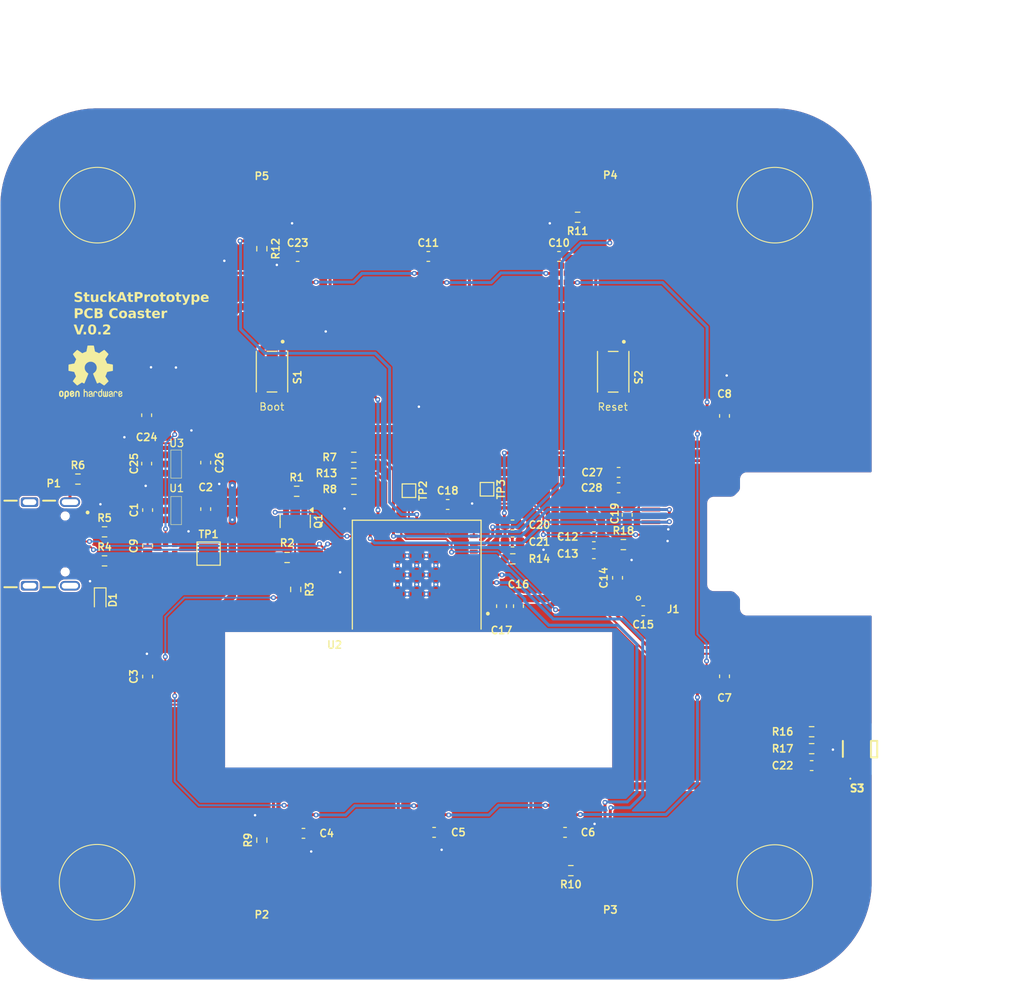
<source format=kicad_pcb>
(kicad_pcb (version 20240108) (generator "pcbnew") (generator_version "8.0")
  (layers (0 "F.Cu" signal) (31 "B.Cu" signal) (34 "B.Paste" user) (35 "F.Paste" user) (36 "B.SilkS" user "B.Silkscreen") (37 "F.SilkS" user "F.Silkscreen") (38 "B.Mask" user) (39 "F.Mask" user) (44 "Edge.Cuts" user))
  (net 0 "")
  (net 1 "GND")
  (net 2 "+5V")
  (net 3 "+3V3")
  (net 4 "/C1N")
  (net 5 "/C1P")
  (net 6 "/C2P")
  (net 7 "/CN2")
  (net 8 "/VCOMH")
  (net 9 "/CP_EN")
  (net 10 "/SW_A")
  (net 11 "/SDA")
  (net 12 "/VCC")
  (net 13 "/SCL")
  (net 14 "Net-(LED1-DOUT)")
  (net 15 "Net-(LED1-DIN)")
  (net 16 "Net-(LED2-DOUT)")
  (net 17 "Net-(LED3-DOUT)")
  (net 18 "Net-(LED4-DOUT)")
  (net 19 "Net-(LED5-DOUT)")
  (net 20 "Net-(LED6-DOUT)")
  (net 21 "Net-(LED7-DOUT)")
  (net 22 "Net-(LED11-DOUT)")
  (net 23 "Net-(LED8-DOUT)")
  (net 24 "/USB_D+")
  (net 25 "/USB_D-")
  (net 26 "Net-(P1-CC)")
  (net 27 "Net-(P1-SHIELD)")
  (net 28 "Net-(P1-VCONN)")
  (net 29 "/p_0")
  (net 30 "/p_1")
  (net 31 "/p_2")
  (net 32 "/p_3")
  (net 33 "Net-(Q1-D)")
  (net 34 "Net-(Q1-S)")
  (net 35 "Net-(U2-IO08)")
  (net 36 "Net-(J1-Pin_8)")
  (net 37 "Net-(R16-Pad2)")
  (net 38 "Net-(U2-IO9)")
  (net 39 "RES")
  (net 40 "Net-(U2-IO14)")
  (net 55 "Net-(LED10-DIN)")
  (net 56 "Net-(LED10-DOUT)")
  (net 57 "/USB_5V")
  (net 59 "Net-(U2-IO5)")
  (footprint "Resistor_SMD:R_0603_1608Metric" (layer "F.Cu") (at 191.8 108.15)
    (property "Reference" "R17")
    (property "Value" "100k")
  )
  (footprint "Resistor_SMD:R_0603_1608Metric" (layer "F.Cu") (at 118.75 85.75)
    (property "Reference" "R5")
    (property "Value" "5k1")
  )
  (footprint "Resistor_SMD:R_0603_1608Metric" (layer "F.Cu") (at 118.75 88.75)
    (property "Reference" "R4")
    (property "Value" "5k1")
  )
  (footprint "kicad_reformed_custom_IC:AP2204" (layer "F.Cu") (at 126.2 83.5 -90)
    (property "Reference" "U1")
    (property "Value" "AP2205")
  )
  (footprint "Capacitor_SMD:C_0603_1608Metric" (layer "F.Cu") (at 154.2 82.925)
    (property "Reference" "C18")
    (property "Value" "0.1uF")
  )
  (footprint "custom_IC:IN-PI15_INL" (layer "F.Cu") (at 139 59.5 180)
    (property "Reference" "LED9" (hide yes))
    (property "Value" "IN-PI15TAT5R5G5B")
  )
  (footprint "Resistor_SMD:R_0603_1608Metric" (layer "F.Cu") (at 167.625 53.25 180)
    (property "Reference" "R11")
    (property "Value" "1.43K")
  )
  (footprint "TestPoint:TestPoint_Pad_1.0x1.0mm" (layer "F.Cu") (at 150.2 81.5 -90)
    (property "Reference" "TP2")
    (property "Value" "0_IN2")
  )
  (footprint "Resistor_SMD:R_0603_1608Metric" (layer "F.Cu") (at 138.5 91.7 -90)
    (property "Reference" "R3")
    (property "Value" "470")
  )
  (footprint "kicad_reformed_custom_IC:LOGO_6mm_microDMG" (layer "F.Cu") (at 112.632034 63.337942)
    (property "Reference" "G***" (hide yes))
    (property "Value" "LOGO" (hide yes))
  )
  (footprint "Capacitor_SMD:C_0603_1608Metric" (layer "F.Cu") (at 123.1 78.7 -90)
    (property "Reference" "C25")
    (property "Value" "2.2uF")
  )
  (footprint "Capacitor_SMD:C_0603_1608Metric" (layer "F.Cu") (at 139.3 116.9)
    (property "Reference" "C4")
    (property "Value" "0.1uF")
  )
  (footprint "Capacitor_SMD:C_0603_1608Metric" (layer "F.Cu") (at 171.86 81.2 180)
    (property "Reference" "C28")
    (property "Value" "0.1uF")
  )
  (footprint "Resistor_SMD:R_0603_1608Metric" (layer "F.Cu") (at 160.925 88.54 180)
    (property "Reference" "R14")
    (property "Value" "10k")
  )
  (footprint "kicad_reformed_custom_IC:GCT_USB4105-GF-A" (layer "F.Cu") (at 111 87 -90)
    (property "Reference" "P1")
    (property "Value" "USB_C_Plug_USB2.0")
  )
  (footprint "Capacitor_SMD:C_0603_1608Metric" (layer "F.Cu") (at 160.9 85.04)
    (property "Reference" "C20")
    (property "Value" "1uF 25V")
  )
  (footprint "Capacitor_SMD:C_0603_1608Metric" (layer "F.Cu") (at 169.3 86.26 180)
    (property "Reference" "C12")
    (property "Value" "4.7uF")
  )
  (footprint "custom_IC:IN-PI15_INL" (layer "F.Cu") (at 180.475 74.02502 90)
    (property "Reference" "LED6" (hide yes))
    (property "Value" "IN-PI15TAT5R5G5B")
  )
  (footprint "Capacitor_SMD:C_0603_1608Metric" (layer "F.Cu") (at 172.75 84 -90)
    (property "Reference" "C19")
    (property "Value" "2.2uF")
  )
  (footprint "Capacitor_SMD:C_0603_1608Metric" (layer "F.Cu") (at 129.2 78.6 -90)
    (property "Reference" "C26")
    (property "Value" "10uF")
  )
  (footprint "kicad_reformed_custom_IC:SW_PTS810_SJM_250_SMTR_LFS" (layer "F.Cu") (at 171.3 69.2125 -90)
    (property "Reference" "S2")
    (property "Value" "TL4100AF240QG_")
  )
  (footprint "Resistor_SMD:R_0603_1608Metric" (layer "F.Cu") (at 144.5 79.7 180)
    (property "Reference" "R13")
    (property "Value" "10k")
  )
  (footprint "Capacitor_SMD:C_0603_1608Metric" (layer "F.Cu") (at 165.7 57.3 180)
    (property "Reference" "C10")
    (property "Value" "0.1uF")
  )
  (footprint "Resistor_SMD:R_0603_1608Metric" (layer "F.Cu") (at 135 117.6 90)
    (property "Reference" "R9")
    (property "Value" "1.43K")
  )
  (footprint "custom_IC:IN-PI15_INL" (layer "F.Cu") (at 125.5 101)
    (property "Reference" "LED1" (hide yes))
    (property "Value" "IN-PI15TAT5R5G5B")
  )
  (footprint "Resistor_SMD:R_0603_1608Metric" (layer "F.Cu") (at 138.6 81.5617)
    (property "Reference" "R1")
    (property "Value" "10k")
  )
  (footprint "Capacitor_SMD:C_0603_1608Metric" (layer "F.Cu") (at 152.2 57.3 180)
    (property "Reference" "C11")
    (property "Value" "0.1uF")
  )
  (footprint "Diode_SMD:D_SOD-523" (layer "F.Cu") (at 118.3 92.8 -90)
    (property "Reference" "D1")
    (property "Value" "TPD1E10B06DPYR")
  )
  (footprint "Capacitor_SMD:C_0603_1608Metric" (layer "F.Cu") (at 159.7625 93.425 -90)
    (property "Reference" "C17")
    (property "Value" "0.1uF")
  )
  (footprint "Capacitor_SMD:C_0603_1608Metric" (layer "F.Cu") (at 152.8 116.8)
    (property "Reference" "C5")
    (property "Value" "0.1uF")
  )
  (footprint "Package_TO_SOT_SMD:SOT-23" (layer "F.Cu") (at 138.4482 84.6625 -90)
    (property "Reference" "Q1")
    (property "Value" "BSS138")
  )
  (footprint "Capacitor_SMD:C_0603_1608Metric" (layer "F.Cu") (at 123.2 100.7 90)
    (property "Reference" "C3")
    (property "Value" "0.1uF")
  )
  (footprint "Capacitor_SMD:C_0603_1608Metric" (layer "F.Cu") (at 138.7 57.3 180)
    (property "Reference" "C23")
    (property "Value" "0.1uF")
  )
  (footprint "Resistor_SMD:R_0603_1608Metric" (layer "F.Cu") (at 144.5125 81.36)
    (property "Reference" "R8")
    (property "Value" "10K")
  )
  (footprint "custom_IC:IN-PI15_INL" (layer "F.Cu") (at 152.5 59.5 180)
    (property "Reference" "LED8" (hide yes))
    (property "Value" "IN-PI15TAT5R5G5B")
  )
  (footprint "custom_IC:IN-PI15_INL" (layer "F.Cu") (at 166 59.5 180)
    (property "Reference" "LED7" (hide yes))
    (property "Value" "IN-PI15TAT5R5G5B")
  )
  (footprint "kicad_reformed_custom_IC:AP2204" (layer "F.Cu") (at 126.2 78.7 -90)
    (property "Reference" "U3")
    (property "Value" "AP2205")
  )
  (footprint "Capacitor_SMD:C_0603_1608Metric" (layer "F.Cu") (at 166.325 116.8)
    (property "Reference" "C6")
    (property "Value" "0.1uF")
  )
  (footprint "custom_IC:IN-PI15_INL" (layer "F.Cu") (at 152.5 114.5)
    (property "Reference" "LED3" (hide yes))
    (property "Value" "IN-PI15TAT5R5G5B")
  )
  (footprint "custom_IC:SEN0297" (layer "F.Cu") (at 171 121.9 -90)
    (property "Reference" "P3")
    (property "Value" "~" (hide yes))
  )
  (footprint "kicad_reformed_custom_IC:MODULE_ESP32-H2-MINI-1-H2" (layer "F.Cu") (at 151 92.9 180)
    (property "Reference" "U2")
    (property "Value" "ESP32-H2-MINI-1")
  )
  (footprint "kicad_reformed_custom_IC:SW_PTS810_SJM_250_SMTR_LFS" (layer "F.Cu") (at 136.05 69.2 -90)
    (property "Reference" "S1")
    (property "Value" "TL4100AF240QG_")
  )
  (footprint "custom_IC:SEN0297" (layer "F.Cu") (at 135 122 -90)
    (property "Reference" "P2")
    (property "Value" "~" (hide yes))
  )
  (footprint "Capacitor_SMD:C_0603_1608Metric" (layer "F.Cu") (at 123.1 73.7 90)
    (property "Reference" "C24")
    (property "Value" "0.1uF")
  )
  (footprint "Capacitor_SMD:C_0603_1608Metric" (layer "F.Cu") (at 171.75 90.5 90)
    (property "Reference" "C14")
    (property "Value" "1uF")
  )
  (footprint "Capacitor_SMD:C_0603_1608Metric" (layer "F.Cu") (at 182.8 73.775 90)
    (property "Reference" "C8")
    (property "Value" "0.1uF")
  )
  (footprint "Capacitor_SMD:C_0603_1608Metric" (layer "F.Cu") (at 169.3 88.01 180)
    (property "Reference" "C13")
    (property "Value" "0.1uF")
  )
  (footprint "Capacitor_SMD:C_0603_1608Metric" (layer "F.Cu") (at 182.8 100.675 90)
    (property "Reference" "C7")
    (property "Value" "0.1uF")
  )
  (footprint "Capacitor_SMD:C_0603_1608Metric" (layer "F.Cu") (at 161.5125 93.425 -90)
    (property "Reference" "C16")
    (property "Value" "47uF")
  )
  (footprint "TestPoint:TestPoint_Pad_2.0x2.0mm" (layer "F.Cu") (at 129.5 88)
    (property "Reference" "TP1")
    (property "Value" "TestPoint")
  )
  (footprint "Resistor_SMD:R_0603_1608Metric" (layer "F.Cu") (at 137.6125 88.4 180)
    (property "Reference" "R2")
    (property "Value" "10k")
  )
  (footprint "Capacitor_SMD:C_0603_1608Metric" (layer "F.Cu") (at 129.2 83.4 -90)
    (property "Reference" "C2")
    (property "Value" "10uF")
  )
  (footprint "Capacitor_SMD:C_0603_1608Metric" (layer "F.Cu") (at 123.2 87.2 90)
    (property "Reference" "C9")
    (property "Value" "0.1uF")
  )
  (footprint "custom_IC:IN-PI15_INL" (layer "F.Cu") (at 125.525 87.52502)
    (property "Reference" "LED11" (hide yes))
    (property "Value" "IN-PI15TAT5R5G5B")
  )
  (footprint "Capacitor_SMD:C_0603_1608Metric" (layer "F.Cu") (at 174.4 93.9 180)
    (property "Reference" "C15")
    (property "Value" "1uF")
  )
  (footprint "custom_IC:IN-PI15_INL" (layer "F.Cu") (at 166 114.5)
    (property "Reference" "LED4" (hide yes))
    (property "Value" "IN-PI15TAT5R5G5B")
  )
  (footprint "custom_IC:IN-PI15_INL" (layer "F.Cu") (at 180.5 101 90)
    (property "Reference" "LED5" (hide yes))
    (property "Value" "IN-PI15TAT5R5G5B")
  )
  (footprint "Capacitor_SMD:C_0603_1608Metric" (layer "F.Cu") (at 123.2 83.5 -90)
    (property "Reference" "C1")
    (property "Value" "2.2uF")
  )
  (footprint "Capacitor_SMD:C_0603_1608Metric" (layer "F.Cu") (at 191.8 109.9)
    (property "Reference" "C22")
    (property "Value" "1uF 25V")
  )
  (footprint "Resistor_SMD:R_0603_1608Metric" (layer "F.Cu") (at 116 80.3)
    (property "Reference" "R6")
    (property "Value" "1M")
  )
  (footprint "Symbol:OSHW-Logo2_7.3x6mm_SilkScreen" (layer "F.Cu") (at 117.32 69.26)
    (property "Reference" "REF**" (hide yes))
    (property "Value" "OSHW-Logo2_7.3x6mm_SilkScreen" (hide yes))
  )
  (footprint "custom_IC:IN-PI15_INL" (layer "F.Cu") (at 125.5 74)
    (property "Reference" "LED10" (hide yes))
    (property "Value" "IN-PI15TAT5R5G5B")
  )
  (footprint "custom_IC:SEN0297" (layer "F.Cu") (at 135 52.1 90)
    (property "Reference" "P5")
    (property "Value" "~" (hide yes))
  )
  (footprint "Resistor_SMD:R_0603_1608Metric" (layer "F.Cu") (at 172.35 87.07)
    (property "Reference" "R18")
    (property "Value" "10K")
  )
  (footprint "custom_IC:TL1016AAF220QG" (layer "F.Cu") (at 196.475 108.2 90)
    (property "Reference" "S3")
    (property "Value" "TL1016AAF220QG" (hide yes))
  )
  (footprint "Capacitor_SMD:C_0603_1608Metric" (layer "F.Cu") (at 160.9 86.8)
    (property "Reference" "C21")
    (property "Value" "0.1uF")
  )
  (footprint "Resistor_SMD:R_0603_1608Metric" (layer "F.Cu") (at 166.925 120.75 180)
    (property "Reference" "R10")
    (property "Value" "1.43K")
  )
  (footprint "custom_IC:SMT_FFC_16X0.65" (layer "F.Cu") (at 175.2 87 90)
    (property "Reference" "J1")
    (property "Value" "Conn_01x16_Socket")
  )
  (footprint "custom_IC:SEN0297" (layer "F.Cu") (at 171 52 90)
    (property "Reference" "P4")
    (property "Value" "~" (hide yes))
  )
  (footprint "Resistor_SMD:R_0603_1608Metric" (layer "F.Cu") (at 191.8 106.4)
    (property "Reference" "R16")
    (property "Value" "10k")
  )
  (footprint "TestPoint:TestPoint_Pad_1.0x1.0mm" (layer "F.Cu") (at 158.2625 81.35 -90)
    (property "Reference" "TP3")
    (property "Value" "0_IN2")
  )
  (footprint "Resistor_SMD:R_0603_1608Metric" (layer "F.Cu") (at 144.5 78.05)
    (property "Reference" "R7")
    (property "Value" "10K")
  )
  (footprint "Resistor_SMD:R_0603_1608Metric" (layer "F.Cu") (at 135 56.5 -90)
    (property "Reference" "R12")
    (property "Value" "1.43K")
  )
  (footprint "Capacitor_SMD:C_0603_1608Metric" (layer "F.Cu") (at 171.86 79.61 180)
    (property "Reference" "C27")
    (property "Value" "4.7uF")
  )
  (footprint "custom_IC:IN-PI15_INL" (layer "F.Cu") (at 139 114.5)
    (property "Reference" "LED2" (hide yes))
    (property "Value" "IN-PI15TAT5R5G5B")
  )
  (gr_circle (center 118.004244 52) (end 121.554244 50.375) (stroke (width 0.1016)) (fill none) (layer "F.SilkS"))
  (gr_circle (center 117.979244 121.95) (end 121.529244 120.325) (stroke (width 0.1016)) (fill none) (layer "F.SilkS"))
  (gr_circle (center 188.004244 52) (end 191.554244 50.375) (stroke (width 0.1016)) (fill none) (layer "F.SilkS"))
  (gr_circle (center 188 121.979244) (end 191.55 120.354244) (stroke (width 0.1016)) (fill none) (layer "F.SilkS"))
  (gr_arc (start 184.4 80.3) (mid 184.605025 79.805025) (end 185.1 79.6) (stroke (width 0.000254)) (layer "Edge.Cuts"))
  (gr_arc (start 184.4 81.1302) (mid 184.34671 81.398051) (end 184.194975 81.625126) (stroke (width 0.000254)) (layer "Edge.Cuts"))
  (gr_line (start 183.90795 81.912151) (end 184.194975 81.625126) (stroke (width 0.000254)) (layer "Edge.Cuts"))
  (gr_line (start 185.1 79.6) (end 198 79.6) (stroke (width 0.000254)) (layer "Edge.Cuts"))
  (gr_line (start 198 79.6) (end 198 52) (stroke (width 0.000254)) (layer "Edge.Cuts"))
  (gr_line (start 184.4 81.1302) (end 184.4 80.3) (stroke (width 0.000254)) (layer "Edge.Cuts"))
  (gr_arc (start 198 122) (mid 195.071068 129.071068) (end 188 132) (stroke (width 0.000254)) (layer "Edge.Cuts"))
  (gr_line (start 181.709033 82.117157) (end 183.416346 82.117157) (stroke (width 0.000254)) (layer "Edge.Cuts"))
  (gr_line (start 188 42) (end 118 42) (stroke (width 0.000254)) (layer "Edge.Cuts"))
  (gr_line (start 108 52) (end 108 122) (stroke (width 0.000254)) (layer "Edge.Cuts"))
  (gr_line (start 183.413 91.882843) (end 181.7 91.882843) (stroke (width 0.000254)) (layer "Edge.Cuts"))
  (gr_arc (start 185.1 94.4) (mid 184.605025 94.194975) (end 184.4 93.7) (stroke (width 0.000254)) (layer "Edge.Cuts"))
  (gr_line (start 184.1949 92.374799) (end 183.904166 92.084065) (stroke (width 0.000254)) (layer "Edge.Cuts"))
  (gr_arc (start 181.7 91.882843) (mid 181.205045 91.677814) (end 181 91.182843) (stroke (width 0.000254)) (layer "Edge.Cuts"))
  (gr_arc (start 118 132) (mid 110.928932 129.071068) (end 108 122) (stroke (width 0.000254)) (layer "Edge.Cuts"))
  (gr_arc (start 183.90795 81.912151) (mid 183.68241 82.063242) (end 183.416346 82.117157) (stroke (width 0.000254)) (layer "Edge.Cuts"))
  (gr_line (start 184.399977 92.8699) (end 184.4 92.8699) (stroke (width 0.000254)) (layer "Edge.Cuts"))
  (gr_arc (start 188 42) (mid 195.071068 44.928932) (end 198 52) (stroke (width 0.000254)) (layer "Edge.Cuts"))
  (gr_line (start 181 91.182843) (end 181 82.8173) (stroke (width 0.000254)) (layer "Edge.Cuts"))
  (gr_arc (start 108 52) (mid 110.928932 44.928932) (end 118 42) (stroke (width 0.000254)) (layer "Edge.Cuts"))
  (gr_line (start 184.4 93.7) (end 184.4 92.8699) (stroke (width 0.000254)) (layer "Edge.Cuts"))
  (gr_arc (start 183.413 91.882843) (mid 183.678399 91.935093) (end 183.904166 92.084065) (stroke (width 0.000254)) (layer "Edge.Cuts"))
  (gr_arc (start 181 82.8173) (mid 181.208217 82.319071) (end 181.709033 82.117157) (stroke (width 0.000254)) (layer "Edge.Cuts"))
  (gr_line (start 118 132) (end 188 132) (stroke (width 0.000254)) (layer "Edge.Cuts"))
  (gr_line (start 198 94.4) (end 185.1 94.4) (stroke (width 0.000254)) (layer "Edge.Cuts"))
  (gr_arc (start 184.1949 92.374799) (mid 184.346668 92.601954) (end 184.399977 92.8699) (stroke (width 0.000254)) (layer "Edge.Cuts"))
  (gr_line (start 198 122) (end 198 94.4) (stroke (width 0.000254)) (layer "Edge.Cuts"))
  (gr_text "Boot" (at 134.675 73.275 0) (layer "F.SilkS") (effects (font (size 0.762 0.762) (thickness 0.1016) (bold yes)) (justify left bottom)))
  (gr_text "Reset" (at 169.625 73.2875 0) (layer "F.SilkS") (effects (font (size 0.762 0.762) (thickness 0.1016) (bold yes)) (justify left bottom)))
  (gr_text "StuckAtPrototype\nPCB Coaster\nV.0.2" (at 115.55 65.525 0) (layer "F.SilkS") (effects (font (size 1 1) (thickness 0.1016) (bold yes)) (justify left bottom)))
  (segment (start 175.2 85.4) (end 176.9 85.4) (width 0.2032) (layer "F.Cu") (net 1))
  (segment (start 175.2 86.7) (end 176.92 86.7) (width 0.2032) (layer "F.Cu") (net 1))
  (segment (start 151 90.2) (end 151.9875 90.2) (width 0.3048) (layer "F.Cu") (net 1))
  (segment (start 151 90.2) (end 150.0125 90.2) (width 0.3048) (layer "F.Cu") (net 1))
  (segment (start 176.9 85.4) (end 176.99 85.49) (width 0.2032) (layer "F.Cu") (net 1))
  (segment (start 173.21 88.65) (end 173.2 88.66) (width 0.2032) (layer "F.Cu") (net 1))
  (segment (start 175.2 88.65) (end 173.21 88.65) (width 0.2032) (layer "F.Cu") (net 1))
  (via (at 134.3 115.025) (size 0.508) (drill 0.254) (layers "F.Cu" "B.Cu") (net 1))
  (via (at 130.6 80.8) (size 0.508) (drill 0.254) (layers "F.Cu" "B.Cu") (net 1))
  (via (at 176.92 86.7) (size 0.508) (drill 0.254) (layers "F.Cu" "B.Cu") (net 1))
  (via (at 153.575 118.6) (size 0.508) (drill 0.254) (layers "F.Cu" "B.Cu") (net 1))
  (via (at 131.125 57.75) (size 0.508) (drill 0.254) (layers "F.Cu" "B.Cu") (net 1))
  (via (at 140.1 118.775) (size 0.508) (drill 0.254) (layers "F.Cu" "B.Cu") (net 1))
  (via (at 123 81) (size 0.508) (drill 0.254) (layers "F.Cu" "B.Cu") (net 1))
  (via (at 151.225 72.825) (size 0.508) (drill 0.254) (layers "F.Cu" "B.Cu") (net 1))
  (via (at 173.2 88.66) (size 0.508) (drill 0.254) (layers "F.Cu" "B.Cu") (net 1))
  (via (at 123.55 68.75) (size 0.508) (drill 0.254) (layers "F.Cu" "B.Cu") (net 1))
  (via (at 164.75 53.875) (size 0.508) (drill 0.254) (layers "F.Cu" "B.Cu") (net 1))
  (via (at 143.088798 89.927689) (size 0.508) (drill 0.254) (layers "F.Cu" "B.Cu") (net 1))
  (via (at 141.6 65.05) (size 0.508) (drill 0.254) (layers "F.Cu" "B.Cu") (net 1))
  (via (at 118.325 82.9) (size 0.508) (drill 0.254) (layers "F.Cu" "B.Cu") (net 1))
  (via (at 169.375 115.925) (size 0.508) (drill 0.254) (layers "F.Cu" "B.Cu") (net 1))
  (via (at 117.25 90.85) (size 0.508) (drill 0.254) (layers "F.Cu" "B.Cu") (net 1))
  (via (at 138.125 53.875) (size 0.508) (drill 0.254) (layers "F.Cu" "B.Cu") (net 1))
  (via (at 176.99 85.49) (size 0.508) (drill 0.254) (layers "F.Cu" "B.Cu") (net 1))
  (via (at 164.1 87.6) (size 0.508) (drill 0.254) (layers "F.Cu" "B.Cu") (net 1))
  (via (at 123.125 98.35) (size 0.508) (drill 0.254) (layers "F.Cu" "B.Cu") (net 1))
  (via (at 136.55 58.175) (size 0.508) (drill 0.254) (layers "F.Cu" "B.Cu") (net 1))
  (via (at 156.725 82.825) (size 0.508) (drill 0.254) (layers "F.Cu" "B.Cu") (net 1))
  (via (at 183.025 69.6) (size 0.508) (drill 0.254) (layers "F.Cu" "B.Cu") (net 1))
  (via (at 194 108.25) (size 0.508) (drill 0.254) (layers "F.Cu" "B.Cu") (net 1))
  (via (at 120.8 75.975) (size 0.508) (drill 0.254) (layers "F.Cu" "B.Cu") (net 1))
  (via (at 127.725 75.275) (size 0.508) (drill 0.254) (layers "F.Cu" "B.Cu") (net 1))
  (via (at 126.125 68.775) (size 0.508) (drill 0.254) (layers "F.Cu" "B.Cu") (net 1))
  (via (at 127.425 85.7) (size 0.508) (drill 0.254) (layers "F.Cu" "B.Cu") (net 1))
  (via (at 143.540411 83.354217) (size 0.508) (drill 0.254) (layers "F.Cu" "B.Cu") (net 1))
  (segment (start 124.1 76.6) (end 129.2 76.6) (width 0.2032) (layer "F.Cu") (net 2))
  (segment (start 125.025 87.975) (end 125.05 88) (width 0.2032) (layer "F.Cu") (net 2))
  (segment (start 152.975 57.3) (end 155.1 57.3) (width 0.3048) (layer "F.Cu") (net 2))
  (segment (start 136.2 112) (end 136.2 116.4) (width 0.3048) (layer "F.Cu") (net 2))
  (segment (start 165.55 116.8) (end 165.55 114.99998) (width 0.2032) (layer "F.Cu") (net 2))
  (segment (start 131.025 77.825) (end 131.95 78.75) (width 0.762) (layer "F.Cu") (net 2))
  (segment (start 149.1 112) (end 162.8 112) (width 0.762) (layer "F.Cu") (net 2))
  (segment (start 156.45 58.65) (end 156.45 62.5) (width 0.3048) (layer "F.Cu") (net 2))
  (segment (start 177.9 65.4) (end 177.9 75.85) (width 0.762) (layer "F.Cu") (net 2))
  (segment (start 132.7 62.5) (end 142.05 62.5) (width 0.762) (layer "F.Cu") (net 2))
  (segment (start 149.1 115.55) (end 149.1 112) (width 0.3048) (layer "F.Cu") (net 2))
  (segment (start 129.2 77.825) (end 131.025 77.825) (width 0.762) (layer "F.Cu") (net 2))
  (segment (start 180.7 112) (end 182.8 109.9) (width 0.762) (layer "F.Cu") (net 2))
  (segment (start 131.7 63.5) (end 132.7 62.5) (width 0.762) (layer "F.Cu") (net 2))
  (segment (start 129.2 103.6) (end 129.2 95.15) (width 0.762) (layer "F.Cu") (net 2))
  (segment (start 136.7 116.9) (end 138.525 116.9) (width 0.3048) (layer "F.Cu") (net 2))
  (segment (start 139.475 59.02502) (end 139.475 57.3) (width 0.2032) (layer "F.Cu") (net 2))
  (segment (start 163.8 116.8) (end 162.8 115.8) (width 0.3048) (layer "F.Cu") (net 2))
  (segment (start 136.8 112) (end 131.2 112) (width 0.762) (layer "F.Cu") (net 2))
  (segment (start 129.2 66) (end 131.7 63.5) (width 0.762) (layer "F.Cu") (net 2))
  (segment (start 165.55 114.99998) (end 165.525 114.97498) (width 0.2032) (layer "F.Cu") (net 2))
  (segment (start 131.95 78.75) (end 131.95 80.95) (width 0.762) (layer "F.Cu") (net 2))
  (segment (start 136.8 112) (end 136.2 112) (width 0.2032) (layer "F.Cu") (net 2))
  (segment (start 129.2 110) (end 129.2 103.6) (width 0.762) (layer "F.Cu") (net 2))
  (segment (start 166.6 62.5) (end 168.3 62.5) (width 0.762) (layer "F.Cu") (net 2))
  (segment (start 166.475 59.02502) (end 166.475 57.3) (width 0.2032) (layer "F.Cu") (net 2))
  (segment (start 141.1 57.3) (end 142.05 58.25) (width 0.3048) (layer "F.Cu") (net 2))
  (segment (start 169.5 62.5) (end 168.3 62.5) (width 0.3048) (layer "F.Cu") (net 2))
  (segment (start 129.2 95.15) (end 131.95 92.4) (width 0.762) (layer "F.Cu") (net 2))
  (segment (start 127.5 77.8) (end 129.175 77.8) (width 0.3048) (layer "F.Cu") (net 2))
  (segment (start 182.8 76.25) (end 182.8 74.55) (width 0.762) (layer "F.Cu") (net 2))
  (segment (start 123.2 101.475) (end 125.02498 101.475) (width 0.2032) (layer "F.Cu") (net 2))
  (segment (start 165.55 116.8) (end 163.8 116.8) (width 0.3048) (layer "F.Cu") (net 2))
  (segment (start 124.1 103.6) (end 129.2 103.6) (width 0.2032) (layer "F.Cu") (net 2))
  (segment (start 155.1 57.3) (end 156.45 58.65) (width 0.3048) (layer "F.Cu") (net 2))
  (segment (start 131.95 88.4) (end 131.95 84.5) (width 0.762) (layer "F.Cu") (net 2))
  (segment (start 150.35 116.8) (end 149.1 115.55) (width 0.3048) (layer "F.Cu") (net 2))
  (segment (start 125.02498 74.475) (end 125.025 74.47498) (width 0.2032) (layer "F.Cu") (net 2))
  (segment (start 136.2 116.4) (end 136.7 116.9) (width 0.3048) (layer "F.Cu") (net 2))
  (segment (start 136.7875 88.4) (end 131.95 88.4) (width 0.3048) (layer "F.Cu") (net 2))
  (segment (start 138.525 116.9) (end 138.525 114.97498) (width 0.2032) (layer "F.Cu") (net 2))
  (segment (start 182.8 109.9) (end 182.8 101.45) (width 0.762) (layer "F.Cu") (net 2))
  (segment (start 168.3 62.5) (end 175 62.5) (width 0.762) (layer "F.Cu") (net 2))
  (segment (start 123.9 90.85) (end 131.95 90.85) (width 0.3048) (layer "F.Cu") (net 2))
  (segment (start 152.975 59.02502) (end 152.975 57.3) (width 0.2032) (layer "F.Cu") (net 2))
  (segment (start 136.8 112) (end 149.1 112) (width 0.762) (layer "F.Cu") (net 2))
  (segment (start 177.9 75.85) (end 178.75 76.7) (width 0.762) (layer "F.Cu") (net 2))
  (segment (start 180.94998 74.50002) (end 182.75002 74.50002) (width 0.2032) (layer "F.Cu") (net 2))
  (segment (start 169.5 58.6) (end 169.5 62.5) (width 0.3048) (layer "F.Cu") (net 2))
  (segment (start 131.95 90.85) (end 131.95 88.4) (width 0.762) (layer "F.Cu") (net 2))
  (segment (start 123.2 87.975) (end 125.025 87.975) (width 0.2032) (layer "F.Cu") (net 2))
  (segment (start 142.05 58.25) (end 142.05 62.5) (width 0.3048) (layer "F.Cu") (net 2))
  (segment (start 123.1 74.475) (end 123.1 75.6) (width 0.2032) (layer "F.Cu") (net 2))
  (segment (start 182.75002 74.50002) (end 182.8 74.55) (width 0.2032) (layer "F.Cu") (net 2))
  (segment (start 166.475 57.3) (end 168.2 57.3) (width 0.3048) (layer "F.Cu") (net 2))
  (segment (start 175 62.5) (end 177.9 65.4) (width 0.762) (layer "F.Cu") (net 2))
  (segment (start 129.2 77.825) (end 129.2 76.6) (width 0.762) (layer "F.Cu") (net 2))
  (segment (start 123.1 75.6) (end 124.1 76.6) (width 0.2032) (layer "F.Cu") (net 2))
  (segment (start 123.2 101.475) (end 123.2 102.7) (width 0.2032) (layer "F.Cu") (net 2))
  (segment (start 182.35 76.7) (end 182.8 76.25) (width 0.762) (layer "F.Cu") (net 2))
  (segment (start 162.8 115.8) (end 162.8 112) (width 0.3048) (layer "F.Cu") (net 2))
  (segment (start 152.025 116.8) (end 150.35 116.8) (width 0.3048) (layer "F.Cu") (net 2))
  (segment (start 131.2 112) (end 129.2 110) (width 0.762) (layer "F.Cu") (net 2))
  (segment (start 123.2 90.15) (end 123.9 90.85) (width 0.3048) (layer "F.Cu") (net 2))
  (segment (start 123.1 74.475) (end 125.02498 74.475) (width 0.2032) (layer "F.Cu") (net 2))
  (segment (start 182.775 101.475) (end 182.8 101.45) (width 0.2032) (layer "F.Cu") (net 2))
  (segment (start 125.02498 101.475) (end 125.025 101.47498) (width 0.2032) (layer "F.Cu") (net 2))
  (segment (start 168.2 57.3) (end 169.5 58.6) (width 0.3048) (layer "F.Cu") (net 2))
  (segment (start 178.75 76.7) (end 182.35 76.7) (width 0.762) (layer "F.Cu") (net 2))
  (segment (start 156.45 62.5) (end 166.6 62.5) (width 0.762) (layer "F.Cu") (net 2))
  (segment (start 123.2 87.975) (end 123.2 90.15) (width 0.3048) (layer "F.Cu") (net 2))
  (segment (start 129.2 76.6) (end 129.2 66) (width 0.762) (layer "F.Cu") (net 2))
  (segment (start 142.05 62.5) (end 156.45 62.5) (width 0.762) (layer "F.Cu") (net 2))
  (segment (start 139.475 57.3) (end 141.1 57.3) (width 0.3048) (layer "F.Cu") (net 2))
  (segment (start 131.95 92.4) (end 131.95 90.85) (width 0.762) (layer "F.Cu") (net 2))
  (segment (start 129.175 77.8) (end 129.2 77.825) (width 0.3048) (layer "F.Cu") (net 2))
  (segment (start 162.8 112) (end 180.7 112) (width 0.762) (layer "F.Cu") (net 2))
  (segment (start 123.2 102.7) (end 124.1 103.6) (width 0.2032) (layer "F.Cu") (net 2))
  (segment (start 152.025 116.8) (end 152.025 114.97498) (width 0.2032) (layer "F.Cu") (net 2))
  (segment (start 180.97498 101.475) (end 182.775 101.475) (width 0.2032) (layer "F.Cu") (net 2))
  (via (at 131.95 80.95) (size 0.508) (drill 0.254) (layers "F.Cu" "B.Cu") (net 2))
  (via (at 131.95 84.5) (size 0.508) (drill 0.254) (layers "F.Cu" "B.Cu") (net 2))
  (via (at 131.95 80.95) (size 0.508) (drill 0.254) (layers "F.Cu" "B.Cu") (net 2))
  (segment (start 131.95 80.95) (end 131.95 84.5) (width 0.762) (layer "B.Cu") (net 2))
  (segment (start 153.4 82.9) (end 153.4 79.6) (width 0.3048) (layer "F.Cu") (net 3))
  (segment (start 197.2 100.75) (end 197.2 106.4) (width 0.3048) (layer "F.Cu") (net 3))
  (segment (start 135 50.83) (end 170.9 50.83) (width 0.3048) (layer "F.Cu") (net 3))
  (segment (start 194.15 97.7) (end 197.2 100.75) (width 0.3048) (layer "F.Cu") (net 3))
  (segment (start 165.3 79.6) (end 168.4 79.6) (width 0.762) (layer "F.Cu") (net 3))
  (segment (start 171 87.07) (end 170.9 86.97) (width 0.2032) (layer "F.Cu") (net 3))
  (segment (start 176.81 89.3) (end 177.1 89.01) (width 0.3048) (layer "F.Cu") (net 3))
  (segment (start 165.3 88.6) (end 165.3 79.6) (width 0.762) (layer "F.Cu") (net 3))
  (segment (start 134.3 80.9) (end 134.3 76.4) (width 0.762) (layer "F.Cu") (net 3))
  (segment (start 171.525 87.07) (end 171 87.07) (width 0.2032) (layer "F.Cu") (net 3))
  (segment (start 197.2 106.4) (end 197.2 110) (width 0.3048) (layer "F.Cu") (net 3))
  (segment (start 135.6 75.1) (end 139.4 75.1) (width 0.762) (layer "F.Cu") (net 3))
  (segment (start 129.2 82.625) (end 132.575 82.625) (width 0.762) (layer "F.Cu") (net 3))
  (segment (start 175.2 89.3) (end 176.81 89.3) (width 0.3048) (layer "F.Cu") (net 3))
  (segment (start 139.4 75.1) (end 143.7 75.1) (width 0.762) (layer "F.Cu") (net 3))
  (segment (start 161.75 88.54) (end 165.24 88.54) (width 0.3048) (layer "F.Cu") (net 3))
  (segment (start 156.9 92.6) (end 159.7125 92.6) (width 0.3048) (layer "F.Cu") (net 3))
  (segment (start 139.3982 83.725) (end 139.3982 81.5885) (width 0.3048) (layer "F.Cu") (net 3))
  (segment (start 139.3982 81.5885) (end 139.425 81.5617) (width 0.3048) (layer "F.Cu") (net 3))
  (segment (start 149.2 75.1) (end 149.9 75.1) (width 0.762) (layer "F.Cu") (net 3))
  (segment (start 139.425 81.5617) (end 139.425 75.125) (width 0.3048) (layer "F.Cu") (net 3))
  (segment (start 170.25 78.4) (end 183.3 78.4) (width 0.3048) (layer "F.Cu") (net 3))
  (segment (start 159.7125 92.6) (end 159.7625 92.65) (width 0.3048) (layer "F.Cu") (net 3))
  (segment (start 175 97.7) (end 194.15 97.7) (width 0.3048) (layer "F.Cu") (net 3))
  (segment (start 185.15 76.55) (end 185.15 54.5) (width 0.3048) (layer "F.Cu") (net 3))
  (segment (start 181.38 50.73) (end 171 50.73) (width 0.3048) (layer "F.Cu") (net 3))
  (segment (start 171 123.17) (end 193.83 123.17) (width 0.3048) (layer "F.Cu") (net 3))
  (segment (start 134.3 76.4) (end 135.6 75.1) (width 0.762) (layer "F.Cu") (net 3))
  (segment (start 153.425 82.925) (end 153.4 82.9) (width 0.3048) (layer "F.Cu") (net 3))
  (segment (start 170.78 86.26) (end 170.075 86.26) (width 0.2032) (layer "F.Cu") (net 3))
  (segment (start 165.24 88.54) (end 165.3 88.6) (width 0.3048) (layer "F.Cu") (net 3))
  (segment (start 170.075 88.01) (end 170.075 86.26) (width 0.3048) (layer "F.Cu") (net 3))
  (segment (start 165.3 91.8) (end 165.3 88.6) (width 0.762) (layer "F.Cu") (net 3))
  (segment (start 193.83 123.17) (end 197.2 119.8) (width 0.3048) (layer "F.Cu") (net 3))
  (segment (start 129.2 82.625) (end 127.525 82.625) (width 0.3048) (layer "F.Cu") (net 3))
  (segment (start 197.2 119.8) (end 197.2 110) (width 0.3048) (layer "F.Cu") (net 3))
  (segment (start 135 123.27) (end 170.9 123.27) (width 0.3048) (layer "F.Cu") (net 3))
  (segment (start 168.725 79.925) (end 170.25 78.4) (width 0.3048) (layer "F.Cu") (net 3))
  (segment (start 139.425 75.125) (end 139.4 75.1) (width 0.3048) (layer "F.Cu") (net 3))
  (segment (start 175.19 88.01) (end 170.075 88.01) (width 0.3048) (layer "F.Cu") (net 3))
  (segment (start 151.4 76.6) (end 151.4 78.5) (width 0.762) (layer "F.Cu") (net 3))
  (segment (start 164.9 92.2) (end 165.3 91.8) (width 0.762) (layer "F.Cu") (net 3))
  (segment (start 166.05 93.35) (end 170.65 93.35) (width 0.3048) (layer "F.Cu") (net 3))
  (segment (start 161.5125 92.65) (end 159.7625 92.65) (width 0.3048) (layer "F.Cu") (net 3))
  (segment (start 169 83.44) (end 170.075 84.515) (width 0.762) (layer "F.Cu") (net 3))
  (segment (start 153.4 82.95) (end 153.425 82.925) (width 0.3048) (layer "F.Cu") (net 3))
  (segment (start 143.7 75.1) (end 149.2 75.1) (width 0.762) (layer "F.Cu") (net 3))
  (segment (start 168.4 79.6) (end 168.725 79.925) (width 0.762) (layer "F.Cu") (net 3))
  (segment (start 176.87 88) (end 175.2 88) (width 0.3048) (layer "F.Cu") (net 3))
  (segment (start 170.075 84.515) (end 170.075 86.26) (width 0.762) (layer "F.Cu") (net 3))
  (segment (start 143.675 78.05) (end 143.675 75.125) (width 0.3048) (layer "F.Cu") (net 3))
  (segment (start 170.9 123.27) (end 171 123.17) (width 0.3048) (layer "F.Cu") (net 3))
  (segment (start 168.725 79.925) (end 169 80.2) (width 0.762) (layer "F.Cu") (net 3))
  (segment (start 143.6875 79.7125) (end 143.675 79.7) (width 0.3048) (layer "F.Cu") (net 3))
  (segment (start 153.4 79.6) (end 165.3 79.6) (width 0.762) (layer "F.Cu") (net 3))
  (segment (start 164.9 92.2) (end 166.05 93.35) (width 0.3048) (layer "F.Cu") (net 3))
  (segment (start 170.65 93.35) (end 175 97.7) (width 0.3048) (layer "F.Cu") (net 3))
  (segment (start 132.575 82.625) (end 134.3 80.9) (width 0.762) (layer "F.Cu") (net 3))
  (segment (start 152.5 79.6) (end 153.4 79.6) (width 0.762) (layer "F.Cu") (net 3))
  (segment (start 164.45 92.65) (end 164.9 92.2) (width 0.762) (layer "F.Cu") (net 3))
  (segment (start 177.1 89.01) (end 177.1 88.23) (width 0.3048) (layer "F.Cu") (net 3))
  (segment (start 177.1 88.23) (end 176.87 88) (width 0.3048) (layer "F.Cu") (net 3))
  (segment (start 153.4 85.3) (end 153.4 82.95) (width 0.3048) (layer "F.Cu") (net 3))
  (segment (start 170.9 50.83) (end 171 50.73) (width 0.3048) (layer "F.Cu") (net 3))
  (segment (start 161.5125 92.65) (end 164.45 92.65) (width 0.762) (layer "F.Cu") (net 3))
  (segment (start 149.9 75.1) (end 151.4 76.6) (width 0.762) (layer "F.Cu") (net 3))
  (segment (start 127.525 82.625) (end 127.5 82.6) (width 0.3048) (layer "F.Cu") (net 3))
  (segment (start 185.15 54.5) (end 181.38 50.73) (width 0.3048) (layer "F.Cu") (net 3))
  (segment (start 143.6875 81.36) (end 143.6875 79.7125) (width 0.3048) (layer "F.Cu") (net 3))
  (segment (start 143.675 75.125) (end 143.7 75.1) (width 0.3048) (layer "F.Cu") (net 3))
  (segment (start 170.9 86.38) (end 170.78 86.26) (width 0.2032) (layer "F.Cu") (net 3))
  (segment (start 169 80.2) (end 169 83.44) (width 0.762) (layer "F.Cu") (net 3))
  (segment (start 175.2 88) (end 175.19 88.01) (width 0.2032) (layer "F.Cu") (net 3))
  (segment (start 143.675 79.7) (end 143.675 78.05) (width 0.3048) (layer "F.Cu") (net 3))
  (segment (start 151.4 78.5) (end 152.5 79.6) (width 0.762) (layer "F.Cu") (net 3))
  (segment (start 183.3 78.4) (end 185.15 76.55) (width 0.3048) (layer "F.Cu") (net 3))
  (segment (start 170.9 86.97) (end 170.9 86.38) (width 0.2032) (layer "F.Cu") (net 3))
  (segment (start 173.45 89.95) (end 175.2 89.95) (width 0.3048) (layer "F.Cu") (net 4))
  (segment (start 171.75 89.725) (end 173.225 89.725) (width 0.3048) (layer "F.Cu") (net 4))
  (segment (start 173.225 89.725) (end 173.45 89.95) (width 0.3048) (layer "F.Cu") (net 4))
  (segment (start 172.925 91.275) (end 173.6 90.6) (width 0.3048) (layer "F.Cu") (net 5))
  (segment (start 173.6 90.6) (end 175.2 90.6) (width 0.3048) (layer "F.Cu") (net 5))
  (segment (start 171.75 91.275) (end 172.925 91.275) (width 0.3048) (layer "F.Cu") (net 5))
  (segment (start 175.175 93.9) (end 175.175 91.925) (width 0.3048) (layer "F.Cu") (net 6))
  (segment (start 175.175 91.925) (end 175.2 91.9) (width 0.3048) (layer "F.Cu") (net 6))
  (segment (start 175.2 91.25) (end 173.85 91.25) (width 0.3048) (layer "F.Cu") (net 7))
  (segment (start 173.85 91.25) (end 173.625 91.475) (width 0.3048) (layer "F.Cu") (net 7))
  (segment (start 173.625 91.475) (end 173.625 93.9) (width 0.3048) (layer "F.Cu") (net 7))
  (segment (start 173.375 83.225) (end 173.8 82.8) (width 0.3048) (layer "F.Cu") (net 8))
  (segment (start 172.75 83.225) (end 173.375 83.225) (width 0.3048) (layer "F.Cu") (net 8))
  (segment (start 173.8 82.8) (end 175.2 82.8) (width 0.3048) (layer "F.Cu") (net 8))
  (segment (start 160.05 84.965) (end 160.125 85.04) (width 0.3048) (layer "F.Cu") (net 9))
  (segment (start 172.375 67.1375) (end 172.375 71.2875) (width 0.3048) (layer "F.Cu") (net 9))
  (segment (start 160.125 86.8) (end 160.125 88.515) (width 0.3048) (layer "F.Cu") (net 9))
  (segment (start 168.75 77.6) (end 160.05 77.6) (width 0.3048) (layer "F.Cu") (net 9))
  (segment (start 160.05 83.8) (end 160.05 84.965) (width 0.3048) (layer "F.Cu") (net 9))
  (segment (start 160.04 88.6) (end 160.1 88.54) (width 0.3048) (layer "F.Cu") (net 9))
  (segment (start 156.9 88.6) (end 160.04 88.6) (width 0.3048) (layer "F.Cu") (net 9))
  (segment (start 160.125 88.515) (end 160.1 88.54) (width 0.3048) (layer "F.Cu") (net 9))
  (segment (start 160.125 85.04) (end 160.125 86.8) (width 0.3048) (layer "F.Cu") (net 9))
  (segment (start 172.375 71.2875) (end 172.375 73.975) (width 0.3048) (layer "F.Cu") (net 9))
  (segment (start 172.375 73.975) (end 168.75 77.6) (width 0.3048) (layer "F.Cu") (net 9))
  (via (at 160.05 83.8) (size 0.508) (drill 0.254) (layers "F.Cu" "B.Cu") (net 9))
  (via (at 160.05 77.6) (size 0.508) (drill 0.254) (layers "F.Cu" "B.Cu") (net 9))
  (segment (start 160.05 77.6) (end 160.05 83.8) (width 0.3048) (layer "B.Cu") (net 9))
  (segment (start 191.025 108.2) (end 190.975 108.15) (width 0.2032) (layer "F.Cu") (net 10))
  (segment (start 149.9 86.5) (end 149.4 86) (width 0.2032) (layer "F.Cu") (net 10))
  (segment (start 190.975 100.825) (end 190.975 106.4) (width 0.2032) (layer "F.Cu") (net 10))
  (segment (start 154.6 87.05) (end 154.05 86.5) (width 0.2032) (layer "F.Cu") (net 10))
  (segment (start 165.35 93.8) (end 165.4 93.85) (width 0.2032) (layer "F.Cu") (net 10))
  (segment (start 165.4 93.85) (end 170.3 93.85) (width 0.2032) (layer "F.Cu") (net 10))
  (segment (start 154.05 86.5) (end 149.9 86.5) (width 0.2032) (layer "F.Cu") (net 10))
  (segment (start 190.975 108.15) (end 190.975 106.4) (width 0.2032) (layer "F.Cu") (net 10))
  (segment (start 188.5 98.35) (end 190.975 100.825) (width 0.2032) (layer "F.Cu") (net 10))
  (segment (start 170.3 93.85) (end 174.8 98.35) (width 0.2032) (layer "F.Cu") (net 10))
  (segment (start 174.8 98.35) (end 188.5 98.35) (width 0.2032) (layer "F.Cu") (net 10))
  (segment (start 149.4 86) (end 149.4 85.3) (width 0.2032) (layer "F.Cu") (net 10))
  (segment (start 154.6 87.85) (end 154.6 87.05) (width 0.2032) (layer "F.Cu") (net 10))
  (segment (start 191.025 109.9) (end 191.025 108.2) (width 0.2032) (layer "F.Cu") (net 10))
  (via (at 154.6 87.85) (size 0.508) (drill 0.254) (layers "F.Cu" "B.Cu") (net 10))
  (via (at 165.35 93.8) (size 0.508) (drill 0.254) (layers "F.Cu" "B.Cu") (net 10))
  (segment (start 159.35 87.8) (end 154.65 87.8) (width 0.2032) (layer "B.Cu") (net 10))
  (segment (start 154.65 87.8) (end 154.6 87.85) (width 0.2032) (layer "B.Cu") (net 10))
  (segment (start 165.35 93.8) (end 159.35 87.8) (width 0.2032) (layer "B.Cu") (net 10))
  (segment (start 175.2 83.45) (end 177.1 83.45) (width 0.3048) (layer "F.Cu") (net 11))
  (segment (start 148.6 85.3) (end 148.6 86.2) (width 0.3048) (layer "F.Cu") (net 11))
  (segment (start 177.1 83.9) (end 177.1 83.45) (width 0.3048) (layer "F.Cu") (net 11))
  (segment (start 176.9 84.1) (end 177.1 83.9) (width 0.3048) (layer "F.Cu") (net 11))
  (segment (start 175.2 84.1) (end 176.9 84.1) (width 0.3048) (layer "F.Cu") (net 11))
  (segment (start 148.6 79.35) (end 148.6 85.3) (width 0.3048) (layer "F.Cu") (net 11))
  (segment (start 145.325 78.05) (end 147.3 78.05) (width 0.3048) (layer "F.Cu") (net 11))
  (segment (start 147.3 78.05) (end 148.6 79.35) (width 0.3048) (layer "F.Cu") (net 11))
  (via (at 177.1 83.45) (size 0.508) (drill 0.254) (layers "F.Cu" "B.Cu") (net 11))
  (via (at 148.6 86.2) (size 0.508) (drill 0.254) (layers "F.Cu" "B.Cu") (net 11))
  (segment (start 161.8 86.2) (end 164.55 83.45) (width 0.3048) (layer "B.Cu") (net 11))
  (segment (start 148.6 86.2) (end 161.8 86.2) (width 0.3048) (layer "B.Cu") (net 11))
  (segment (start 164.55 83.45) (end 177.1 83.45) (width 0.3048) (layer "B.Cu") (net 11))
  (segment (start 173.53 81.45) (end 173.52 81.45) (width 0.2032) (layer "F.Cu") (net 12))
  (segment (start 173.52 81.45) (end 173.27 81.2) (width 0.2032) (layer "F.Cu") (net 12))
  (segment (start 173.8 82.15) (end 173.53 81.88) (width 0.2032) (layer "F.Cu") (net 12))
  (segment (start 173.53 81.88) (end 173.53 81.45) (width 0.2032) (layer "F.Cu") (net 12))
  (segment (start 173.27 81.2) (end 172.635 81.2) (width 0.2032) (layer "F.Cu") (net 12))
  (segment (start 175.2 82.15) (end 173.8 82.15) (width 0.2032) (layer "F.Cu") (net 12))
  (segment (start 172.635 79.61) (end 172.635 81.2) (width 0.2032) (layer "F.Cu") (net 12))
  (segment (start 146.2 83.35) (end 146.2 85.3) (width 0.3048) (layer "F.Cu") (net 13))
  (segment (start 177.05 84.75) (end 175.2 84.75) (width 0.3048) (layer "F.Cu") (net 13))
  (segment (start 145.3375 82.4875) (end 146.2 83.35) (width 0.3048) (layer "F.Cu") (net 13))
  (segment (start 145.3375 81.36) (end 145.3375 82.4875) (width 0.3048) (layer "F.Cu") (net 13))
  (segment (start 146.2 85.3) (end 146.2 86.45) (width 0.3048) (layer "F.Cu") (net 13))
  (segment (start 177.1 84.7) (end 177.05 84.75) (width 0.3048) (layer "F.Cu") (net 13))
  (via (at 177.1 84.7) (size 0.508) (drill 0.254) (layers "F.Cu" "B.Cu") (net 13))
  (via (at 146.2 86.45) (size 0.508) (drill 0.254) (layers "F.Cu" "B.Cu") (net 13))
  (segment (start 146.65 86.9) (end 146.2 86.45) (width 0.3048) (layer "B.Cu") (net 13))
  (segment (start 177.05 84.75) (end 164.1 84.75) (width 0.3048) (layer "B.Cu") (net 13))
  (segment (start 177.1 84.7) (end 177.05 84.75) (width 0.3048) (layer "B.Cu") (net 13))
  (segment (start 161.95 86.9) (end 146.65 86.9) (width 0.3048) (layer "B.Cu") (net 13))
  (segment (start 164.1 84.75) (end 161.95 86.9) (width 0.3048) (layer "B.Cu") (net 13))
  (segment (start 138.525 114.02502) (end 137.32502 114.02502) (width 0.2032) (layer "F.Cu") (net 14))
  (segment (start 137.32502 114.02502) (end 137.3 114) (width 0.2032) (layer "F.Cu") (net 14))
  (segment (start 126 102.7) (end 126 101.49998) (width 0.2032) (layer "F.Cu") (net 14))
  (segment (start 126 101.49998) (end 125.975 101.47498) (width 0.2032) (layer "F.Cu") (net 14))
  (via (at 137.3 114) (size 0.508) (drill 0.254) (layers "F.Cu" "B.Cu") (net 14))
  (via (at 126 102.7) (size 0.508) (drill 0.254) (layers "F.Cu" "B.Cu") (net 14))
  (segment (start 126 111.5) (end 126 102.7) (width 0.2032) (layer "B.Cu") (net 14))
  (segment (start 128.5 114) (end 126.6 112.1) (width 0.2032) (layer "B.Cu") (net 14))
  (segment (start 126.6 112.1) (end 126 111.5) (width 0.2032) (layer "B.Cu") (net 14))
  (segment (start 137.3 114) (end 128.5 114) (width 0.2032) (layer "B.Cu") (net 14))
  (segment (start 138.475 92.55) (end 138.5 92.525) (width 0.2032) (layer "F.Cu") (net 15))
  (segment (start 136.2 92.55) (end 138.475 92.55) (width 0.2032) (layer "F.Cu") (net 15))
  (segment (start 125.025 98.65) (end 125.025 100.52502) (width 0.2032) (layer "F.Cu") (net 15))
  (via (at 125.025 98.65) (size 0.508) (drill 0.254) (layers "F.Cu" "B.Cu") (net 15))
  (via (at 136.2 92.55) (size 0.508) (drill 0.254) (layers "F.Cu" "B.Cu") (net 15))
  (segment (start 127 92.55) (end 136.2 92.55) (width 0.2032) (layer "B.Cu") (net 15))
  (segment (start 125.025 98.65) (end 125.025 94.525) (width 0.2032) (layer "B.Cu") (net 15))
  (segment (start 125.025 94.525) (end 127 92.55) (width 0.2032) (layer "B.Cu") (net 15))
  (segment (start 139.475 114.97498) (end 140.57498 114.97498) (width 0.3048) (layer "F.Cu") (net 16))
  (segment (start 152.00002 114.05) (end 152.025 114.02502) (width 0.3048) (layer "F.Cu") (net 16))
  (segment (start 140.57498 114.97498) (end 140.6 115) (width 0.3048) (layer "F.Cu") (net 16))
  (segment (start 150.7 114.05) (end 152.00002 114.05) (width 0.3048) (layer "F.Cu") (net 16))
  (via (at 150.7 114.05) (size 0.508) (drill 0.254) (layers "F.Cu" "B.Cu") (net 16))
  (via (at 140.6 115) (size 0.508) (drill 0.254) (layers "F.Cu" "B.Cu") (net 16))
  (segment (start 144.6 114.05) (end 150.7 114.05) (width 0.3048) (layer "B.Cu") (net 16))
  (segment (start 143.65 115) (end 144.4 114.25) (width 0.3048) (layer "B.Cu") (net 16))
  (segment (start 144.4 114.25) (end 144.6 114.05) (width 0.3048) (layer "B.Cu") (net 16))
  (segment (start 140.6 115) (end 143.65 115) (width 0.3048) (layer "B.Cu") (net 16))
  (segment (start 164.3 114) (end 165.49998 114) (width 0.3048) (layer "F.Cu") (net 17))
  (segment (start 152.975 114.97498) (end 154.27498 114.97498) (width 0.3048) (layer "F.Cu") (net 17))
  (segment (start 154.27498 114.97498) (end 154.3 115) (width 0.3048) (layer "F.Cu") (net 17))
  (segment (start 165.49998 114) (end 165.525 114.02502) (width 0.3048) (layer "F.Cu") (net 17))
  (via (at 164.3 114) (size 0.508) (drill 0.254) (layers "F.Cu" "B.Cu") (net 17))
  (via (at 154.3 115) (size 0.508) (drill 0.254) (layers "F.Cu" "B.Cu") (net 17))
  (segment (start 159.45 114) (end 164.3 114) (width 0.3048) (layer "B.Cu") (net 17))
  (segment (start 158.45 115) (end 159.25 114.2) (width 0.3048) (layer "B.Cu") (net 17))
  (segment (start 159.25 114.2) (end 159.45 114) (width 0.3048) (layer "B.Cu") (net 17))
  (segment (start 154.3 115) (end 158.45 115) (width 0.3048) (layer "B.Cu") (net 17))
  (segment (start 166.475 114.97498) (end 167.87502 114.97498) (width 0.3048) (layer "F.Cu") (net 18))
  (segment (start 180 102.85) (end 180 101.50002) (width 0.3048) (layer "F.Cu") (net 18))
  (segment (start 167.87502 114.97498) (end 167.9 114.95) (width 0.3048) (layer "F.Cu") (net 18))
  (segment (start 180 101.50002) (end 180.02502 101.475) (width 0.3048) (layer "F.Cu") (net 18))
  (via (at 180 102.85) (size 0.508) (drill 0.254) (layers "F.Cu" "B.Cu") (net 18))
  (via (at 167.9 114.95) (size 0.508) (drill 0.254) (layers "F.Cu" "B.Cu") (net 18))
  (segment (start 176.75 114.95) (end 178.7 113) (width 0.3048) (layer "B.Cu") (net 18))
  (segment (start 178.7 113) (end 180 111.7) (width 0.3048) (layer "B.Cu") (net 18))
  (segment (start 180 111.7) (end 180 102.85) (width 0.3048) (layer "B.Cu") (net 18))
  (segment (start 167.9 114.95) (end 176.75 114.95) (width 0.3048) (layer "B.Cu") (net 18))
  (segment (start 180.00002 74.50002) (end 180.00002 75.64998) (width 0.2032) (layer "F.Cu") (net 19))
  (segment (start 180.95 99.1) (end 180.95 100.50002) (width 0.2032) (layer "F.Cu") (net 19))
  (segment (start 180.95 100.50002) (end 180.97498 100.525) (width 0.2032) (layer "F.Cu") (net 19))
  (segment (start 180.00002 75.64998) (end 180 75.65) (width 0.2032) (layer "F.Cu") (net 19))
  (via (at 180.95 99.1) (size 0.508) (drill 0.254) (layers "F.Cu" "B.Cu") (net 19))
  (via (at 180 75.65) (size 0.508) (drill 0.254) (layers "F.Cu" "B.Cu") (net 19))
  (segment (start 180 75.65) (end 180 96.3) (width 0.2032) (layer "B.Cu") (net 19))
  (segment (start 180.4 96.7) (end 180.95 97.25) (width 0.2032) (layer "B.Cu") (net 19))
  (segment (start 180.95 97.25) (end 180.95 99.1) (width 0.2032) (layer "B.Cu") (net 19))
  (segment (start 180 96.3) (end 180.4 96.7) (width 0.2032) (layer "B.Cu") (net 19))
  (segment (start 167.6 60) (end 166.50002 60) (width 0.3048) (layer "F.Cu") (net 20))
  (segment (start 166.50002 60) (end 166.475 59.97498) (width 0.3048) (layer "F.Cu") (net 20))
  (segment (start 181 73.5) (end 180.94998 73.55002) (width 0.3048) (layer "F.Cu") (net 20))
  (segment (start 181 72.35) (end 181 73.5) (width 0.3048) (layer "F.Cu") (net 20))
  (via (at 167.6 60) (size 0.508) (drill 0.254) (layers "F.Cu" "B.Cu") (net 20))
  (via (at 181 72.35) (size 0.508) (drill 0.254) (layers "F.Cu" "B.Cu") (net 20))
  (segment (start 169.1 60) (end 167.6 60) (width 0.3048) (layer "B.Cu") (net 20))
  (segment (start 179.45 63.05) (end 181 64.6) (width 0.3048) (layer "B.Cu") (net 20))
  (segment (start 181 64.6) (end 181 72.35) (width 0.3048) (layer "B.Cu") (net 20))
  (segment (start 169.1 60) (end 176.4 60) (width 0.3048) (layer "B.Cu") (net 20))
  (segment (start 176.4 60) (end 179.45 63.05) (width 0.3048) (layer "B.Cu") (net 20))
  (segment (start 154.07498 59.97498) (end 154.1 60) (width 0.3048) (layer "F.Cu") (net 21))
  (segment (start 165.50002 59.05) (end 165.525 59.02502) (width 0.3048) (layer "F.Cu") (net 21))
  (segment (start 152.975 59.97498) (end 154.07498 59.97498) (width 0.3048) (layer "F.Cu") (net 21))
  (segment (start 164.35 59.05) (end 165.50002 59.05) (width 0.3048) (layer "F.Cu") (net 21))
  (via (at 154.1 60) (size 0.508) (drill 0.254) (layers "F.Cu" "B.Cu") (net 21))
  (via (at 164.35 59.05) (size 0.508) (drill 0.254) (layers "F.Cu" "B.Cu") (net 21))
  (segment (start 164.3 59) (end 164.35 59.05) (width 0.3048) (layer "B.Cu") (net 21))
  (segment (start 158.7 60) (end 159.7 59) (width 0.3048) (layer "B.Cu") (net 21))
  (segment (start 154.1 60) (end 158.7 60) (width 0.3048) (layer "B.Cu") (net 21))
  (segment (start 159.7 59) (end 164.3 59) (width 0.3048) (layer "B.Cu") (net 21))
  (segment (start 126 88) (end 129.5 88) (width 0.2032) (layer "F.Cu") (net 22))
  (segment (start 140.57502 59.97498) (end 140.6 59.95) (width 0.3048) (layer "F.Cu") (net 23))
  (segment (start 152.00002 59.05) (end 152.025 59.02502) (width 0.3048) (layer "F.Cu") (net 23))
  (segment (start 139.475 59.97498) (end 140.57502 59.97498) (width 0.3048) (layer "F.Cu") (net 23))
  (segment (start 150.75 59.05) (end 152.00002 59.05) (width 0.3048) (layer "F.Cu") (net 23))
  (via (at 140.6 59.95) (size 0.508) (drill 0.254) (layers "F.Cu" "B.Cu") (net 23))
  (via (at 150.75 59.05) (size 0.508) (drill 0.254) (layers "F.Cu" "B.Cu") (net 23))
  (segment (start 140.6 59.95) (end 144.45 59.95) (width 0.3048) (layer "B.Cu") (net 23))
  (segment (start 145.35 59.05) (end 150.75 59.05) (width 0.3048) (layer "B.Cu") (net 23))
  (segment (start 144.45 59.95) (end 145.35 59.05) (width 0.3048) (layer "B.Cu") (net 23))
  (segment (start 117.193901 86.742) (end 117.185901 86.75) (width 0.2032) (layer "F.Cu") (net 24))
  (segment (start 140.95 87) (end 141.75 87.8) (width 0.2032) (layer "F.Cu") (net 24))
  (segment (start 117.185901 86.75) (end 115.755 86.75) (width 0.2032) (layer "F.Cu") (net 24))
  (segment (start 141.75 87.8) (end 145.1 87.8) (width 0.2032) (layer "F.Cu") (net 24))
  (via (at 140.95 87) (size 0.508) (drill 0.254) (layers "F.Cu" "B.Cu") (net 24))
  (via (at 117.193901 86.742) (size 0.508) (drill 0.254) (layers "F.Cu" "B.Cu") (net 24))
  (segment (start 117.193901 86.742) (end 118.0976 86.742) (width 0.2032) (layer "B.Cu") (net 24))
  (segment (start 140.15 87.2) (end 140.75 87.2) (width 0.2032) (layer "B.Cu") (net 24))
  (segment (start 118.0976 86.742) (end 118.6 87.2444) (width 0.2032) (layer "B.Cu") (net 24))
  (segment (start 118.6 87.2444) (end 118.8 87.2444) (width 0.2032) (layer "B.Cu") (net 24))
  (segment (start 118.8 87.2444) (end 118.8444 87.2) (width 0.2032) (layer "B.Cu") (net 24))
  (segment (start 118.8444 87.2) (end 140.15 87.2) (width 0.2032) (layer "B.Cu") (net 24))
  (segment (start 140.75 87.2) (end 140.95 87) (width 0.2032) (layer "B.Cu") (net 24))
  (segment (start 117.25 87.25) (end 117.6 87.6) (width 0.2032) (layer "F.Cu") (net 25))
  (segment (start 141.8 87) (end 145.1 87) (width 0.2032) (layer "F.Cu") (net 25))
  (segment (start 115.755 87.25) (end 117.25 87.25) (width 0.2032) (layer "F.Cu") (net 25))
  (via (at 117.6 87.6) (size 0.508) (drill 0.254) (layers "F.Cu" "B.Cu") (net 25))
  (via (at 141.8 87) (size 0.508) (drill 0.254) (layers "F.Cu" "B.Cu") (net 25))
  (segment (start 141.2 87.6) (end 117.6 87.6) (width 0.2032) (layer "B.Cu") (net 25))
  (segment (start 141.8 87) (end 141.2 87.6) (width 0.2032) (layer "B.Cu") (net 25))
  (segment (start 115.755 85.75) (end 117.925 85.75) (width 0.3048) (layer "F.Cu") (net 26))
  (segment (start 115.18 80.305) (end 115.175 80.3) (width 0.3048) (layer "F.Cu") (net 27))
  (segment (start 115.18 82.68) (end 115.18 80.305) (width 0.3048) (layer "F.Cu") (net 27))
  (segment (start 115.755 88.75) (end 117.925 88.75) (width 0.3048) (layer "F.Cu") (net 28))
  (segment (start 135 120.83) (end 157.77 120.83) (width 0.3048) (layer "F.Cu") (net 29))
  (segment (start 167.2 118.75) (end 169.6 118.75) (width 0.3048) (layer "F.Cu") (net 29))
  (segment (start 170.3 118.05) (end 170.45 117.9) (width 0.3048) (layer "F.Cu") (net 29))
  (segment (start 159.85 118.75) (end 167.2 118.75) (width 0.3048) (layer "F.Cu") (net 29))
  (segment (start 135 120.83) (end 135 118.425) (width 0.2032) (layer "F.Cu") (net 29))
  (segment (start 157.77 120.83) (end 158.45 120.15) (width 0.3048) (layer "F.Cu") (net 29))
  (segment (start 156.9 91) (end 159.25 91) (width 0.3048) (layer "F.Cu") (net 29))
  (segment (start 169.6 118.75) (end 170.3 118.05) (width 0.3048) (layer "F.Cu") (net 29))
  (segment (start 170.45 117.9) (end 170.45 113.7) (width 0.3048) (layer "F.Cu") (net 29))
  (segment (start 158.45 120.15) (end 159.85 118.75) (width 0.3048) (layer "F.Cu") (net 29))
  (via (at 170.45 113.7) (size 0.508) (drill 0.254) (layers "F.Cu" "B.Cu") (net 29))
  (via (at 159.25 91) (size 0.508) (drill 0.254) (layers "F.Cu" "B.Cu") (net 29))
  (segment (start 173.75 112.65) (end 172.75 113.65) (width 0.3048) (layer "B.Cu") (net 29))
  (segment (start 162.15 92.9) (end 164.65 95.4) (width 0.3048) (layer "B.Cu") (net 29))
  (segment (start 160.45 91) (end 162.15 92.7) (width 0.3048) (layer "B.Cu") (net 29))
  (segment (start 172.75 113.65) (end 170.5 113.65) (width 0.3048) (layer "B.Cu") (net 29))
  (segment (start 159.25 91) (end 160.45 91) (width 0.3048) (layer "B.Cu") (net 29))
  (segment (start 170.5 113.65) (end 170.45 113.7) (width 0.3048) (layer "B.Cu") (net 29))
  (segment (start 171.775 95.4) (end 173.75 97.375) (width 0.3048) (layer "B.Cu") (net 29))
  (segment (start 164.65 95.4) (end 171.775 95.4) (width 0.3048) (layer "B.Cu") (net 29))
  (segment (start 162.15 92.7) (end 162.15 92.9) (width 0.3048) (layer "B.Cu") (net 29))
  (segment (start 173.75 97.375) (end 173.75 112.65) (width 0.3048) (layer "B.Cu") (net 29))
  (segment (start 167.77 120.73) (end 167.75 120.75) (width 0.3048) (layer "F.Cu") (net 30))
  (segment (start 171 114.3) (end 171.05 114.25) (width 0.3048) (layer "F.Cu") (net 30))
  (segment (start 171 120.73) (end 167.77 120.73) (width 0.3048) (layer "F.Cu") (net 30))
  (segment (start 171 120.73) (end 171 114.3) (width 0.3048) (layer "F.Cu") (net 30))
  (segment (start 159.8 90.2) (end 156.9 90.2) (width 0.3048) (layer "F.Cu") (net 30))
  (via (at 171.05 114.25) (size 0.508) (drill 0.254) (layers "F.Cu" "B.Cu") (net 30))
  (via (at 159.8 90.2) (size 0.508) (drill 0.254) (layers "F.Cu" "B.Cu") (net 30))
  (segment (start 174.35 112.95) (end 173.05 114.25) (width 0.3048) (layer "B.Cu") (net 30))
  (segment (start 160.55 90.2) (end 165.1 94.75) (width 0.3048) (layer "B.Cu") (net 30))
  (segment (start 172.25 94.75) (end 174.35 96.85) (width 0.3048) (layer "B.Cu") (net 30))
  (segment (start 159.8 90.2) (end 160.55 90.2) (width 0.3048) (layer "B.Cu") (net 30))
  (segment (start 173.05 114.25) (end 171.05 114.25) (width 0.3048) (layer "B.Cu") (net 30))
  (segment (start 165.1 94.75) (end 172.25 94.75) (width 0.3048) (layer "B.Cu") (net 30))
  (segment (start 174.35 96.85) (end 174.35 112.95) (width 0.3048) (layer "B.Cu") (net 30))
  (segment (start 170.92 53.25) (end 171 53.17) (width 0.3048) (layer "F.Cu") (net 31))
  (segment (start 168.45 53.25) (end 170.92 53.25) (width 0.3048) (layer "F.Cu") (net 31))
  (segment (start 170.95 53.22) (end 171 53.17) (width 0.3048) (layer "F.Cu") (net 31))
  (segment (start 158.85 86.15) (end 158.85 85.25) (width 0.3048) (layer "F.Cu") (net 31))
  (segment (start 158.35 86.65) (end 158.85 86.15) (width 0.3048) (layer "F.Cu") (net 31))
  (segment (start 158 87) (end 158.35 86.65) (width 0.3048) (layer "F.Cu") (net 31))
  (segment (start 170.95 55.9) (end 170.95 53.22) (width 0.3048) (layer "F.Cu") (net 31))
  (segment (start 156.9 87) (end 158 87) (width 0.3048) (layer "F.Cu") (net 31))
  (via (at 170.95 55.9) (size 0.508) (drill 0.254) (layers "F.Cu" "B.Cu") (net 31))
  (via (at 158.85 85.25) (size 0.508) (drill 0.254) (layers "F.Cu" "B.Cu") (net 31))
  (segment (start 165.95 57.9) (end 167.95 55.9) (width 0.3048) (layer "B.Cu") (net 31))
  (segment (start 167.95 55.9) (end 170.95 55.9) (width 0.3048) (layer "B.Cu") (net 31))
  (segment (start 158.85 85.25) (end 161.4 85.25) (width 0.3048) (layer "B.Cu") (net 31))
  (segment (start 165.95 80.7) (end 165.95 57.9) (width 0.3048) (layer "B.Cu") (net 31))
  (segment (start 161.4 85.25) (end 165.95 80.7) (width 0.3048) (layer "B.Cu") (net 31))
  (segment (start 151 85.3) (end 151 83.95) (width 0.3048) (layer "F.Cu") (net 32))
  (segment (start 135 55.675) (end 135 53.27) (width 0.3048) (layer "F.Cu") (net 32))
  (segment (start 132.75 55.7) (end 134.975 55.7) (width 0.3048) (layer "F.Cu") (net 32))
  (segment (start 134.975 55.7) (end 135 55.675) (width 0.3048) (layer "F.Cu") (net 32))
  (via (at 132.75 55.7) (size 0.508) (drill 0.254) (layers "F.Cu" "B.Cu") (net 32))
  (via (at 151 83.95) (size 0.508) (drill 0.254) (layers "F.Cu" "B.Cu") (net 32))
  (segment (start 135.3 67.3) (end 132.8 64.8) (width 0.3048) (layer "B.Cu") (net 32))
  (segment (start 151 83.95) (end 149.45 83.95) (width 0.3048) (layer "B.Cu") (net 32))
  (segment (start 149.45 83.95) (end 148.2 82.7) (width 0.3048) (layer "B.Cu") (net 32))
  (segment (start 132.8 55.75) (end 132.75 55.7) (width 0.3048) (layer "B.Cu") (net 32))
  (segment (start 148.2 68.8) (end 146.7 67.3) (width 0.3048) (layer "B.Cu") (net 32))
  (segment (start 148.2 82.7) (end 148.2 68.8) (width 0.3048) (layer "B.Cu") (net 32))
  (segment (start 146.7 67.3) (end 135.3 67.3) (width 0.3048) (layer "B.Cu") (net 32))
  (segment (start 132.8 64.8) (end 132.8 55.75) (width 0.3048) (layer "B.Cu") (net 32))
  (segment (start 138.4375 85.6107) (end 138.4482 85.6) (width 0.2032) (layer "F.Cu") (net 33))
  (segment (start 138.4375 88.4) (end 138.4375 85.6107) (width 0.2032) (layer "F.Cu") (net 33))
  (segment (start 138.5 90.875) (end 138.5 88.4625) (width 0.2032) (layer "F.Cu") (net 33))
  (segment (start 138.5 88.4625) (end 138.4375 88.4) (width 0.2032) (layer "F.Cu") (net 33))
  (segment (start 137.4982 83.725) (end 137.4982 82.7018) (width 0.2032) (layer "F.Cu") (net 34))
  (segment (start 137.775 82.425) (end 137.775 81.5617) (width 0.2032) (layer "F.Cu") (net 34))
  (segment (start 137.4982 82.7018) (end 137.775 82.425) (width 0.2032) (layer "F.Cu") (net 34))
  (segment (start 137.4982 83.725) (end 136.375 83.725) (width 0.2032) (layer "F.Cu") (net 34))
  (segment (start 143.8 86.2) (end 145.1 86.2) (width 0.2032) (layer "F.Cu") (net 34))
  (via (at 136.375 83.725) (size 0.508) (drill 0.254) (layers "F.Cu" "B.Cu") (net 34))
  (via (at 143.8 86.2) (size 0.508) (drill 0.254) (layers "F.Cu" "B.Cu") (net 34))
  (segment (start 136.375 83.725) (end 140.675 83.725) (width 0.2032) (layer "B.Cu") (net 34))
  (segment (start 140.675 83.725) (end 141.25 84.3) (width 0.2032) (layer "B.Cu") (net 34))
  (segment (start 143.15 86.2) (end 143.8 86.2) (width 0.2032) (layer "B.Cu") (net 34))
  (segment (start 141.25 84.3) (end 143.15 86.2) (width 0.2032) (layer "B.Cu") (net 34))
  (segment (start 147.8 80.65) (end 147.8 85.3) (width 0.3048) (layer "F.Cu") (net 35))
  (segment (start 145.325 79.7) (end 146.85 79.7) (width 0.3048) (layer "F.Cu") (net 35))
  (segment (start 146.85 79.7) (end 147.8 80.65) (width 0.3048) (layer "F.Cu") (net 35))
  (segment (start 173.83 87.07) (end 173.175 87.07) (width 0.2032) (layer "F.Cu") (net 36))
  (segment (start 174.11 87.35) (end 173.83 87.07) (width 0.2032) (layer "F.Cu") (net 36))
  (segment (start 175.2 87.35) (end 174.11 87.35) (width 0.2032) (layer "F.Cu") (net 36))
  (segment (start 195.75 110) (end 195.75 106.4) (width 0.2032) (layer "F.Cu") (net 37))
  (segment (start 192.625 106.4) (end 195.75 106.4) (width 0.2032) (layer "F.Cu") (net 37))
  (segment (start 137.125 67.125) (end 137.125 71.275) (width 0.3048) (layer "F.Cu") (net 38))
  (segment (start 146.175 71.275) (end 137.125 71.275) (width 0.3048) (layer "F.Cu") (net 38))
  (segment (start 146.975 72.075) (end 146.175 71.275) (width 0.3048) (layer "F.Cu") (net 38))
  (segment (start 147 83.5) (end 147 85.3) (width 0.3048) (layer "F.Cu") (net 38))
  (via (at 146.975 72.075) (size 0.508) (drill 0.254) (layers "F.Cu" "B.Cu") (net 38))
  (via (at 147 83.5) (size 0.508) (drill 0.254) (layers "F.Cu" "B.Cu") (net 38))
  (segment (start 146.975 72.075) (end 147 72.1) (width 0.3048) (layer "B.Cu") (net 38))
  (segment (start 147 72.1) (end 147 83.5) (width 0.3048) (layer "B.Cu") (net 38))
  (segment (start 156.14 84.15) (end 155.8 84.49) (width 0.2032) (layer "F.Cu") (net 39))
  (segment (start 155.8 84.49) (end 155.8 85.3) (width 0.2032) (layer "F.Cu") (net 39))
  (segment (start 158.15 84.15) (end 156.14 84.15) (width 0.2032) (layer "F.Cu") (net 39))
  (segment (start 162.97 82.84) (end 159.46 82.84) (width 0.2032) (layer "F.Cu") (net 39))
  (segment (start 164.08 83.95) (end 162.97 82.84) (width 0.2032) (layer "F.Cu") (net 39))
  (segment (start 159.46 82.84) (end 158.15 84.15) (width 0.2032) (layer "F.Cu") (net 39))
  (segment (start 164.08 86.05) (end 164.08 83.95) (width 0.2032) (layer "F.Cu") (net 39))
  (segment (start 175.2 86.05) (end 173.62 86.05) (width 0.2032) (layer "F.Cu") (net 39))
  (via (at 173.62 86.05) (size 0.508) (drill 0.254) (layers "F.Cu" "B.Cu") (net 39))
  (via (at 164.08 86.05) (size 0.508) (drill 0.254) (layers "F.Cu" "B.Cu") (net 39))
  (segment (start 173.62 86.05) (end 164.08 86.05) (width 0.2032) (layer "B.Cu") (net 39))
  (segment (start 158.2625 83.2575) (end 158.2625 81.35) (width 0.2032) (layer "F.Cu") (net 40))
  (segment (start 155 84.15) (end 155.48 83.67) (width 0.2032) (layer "F.Cu") (net 40))
  (segment (start 157.85 83.67) (end 158.2625 83.2575) (width 0.2032) (layer "F.Cu") (net 40))
  (segment (start 155.48 83.67) (end 157.85 83.67) (width 0.2032) (layer "F.Cu") (net 40))
  (segment (start 155 85.3) (end 155 84.15) (width 0.2032) (layer "F.Cu") (net 40))
  (segment (start 125.025 64.075) (end 125.025 73.52502) (width 0.3048) (layer "F.Cu") (net 55))
  (segment (start 130.07498 59.02502) (end 125.025 64.075) (width 0.3048) (layer "F.Cu") (net 55))
  (segment (start 138.525 59.02502) (end 130.07498 59.02502) (width 0.3048) (layer "F.Cu") (net 55))
  (segment (start 126 75.7) (end 126 74.49998) (width 0.2032) (layer "F.Cu") (net 56))
  (segment (start 125.05 87.05004) (end 125.05 85.45) (width 0.2032) (layer "F.Cu") (net 56))
  (segment (start 126 74.49998) (end 125.975 74.47498) (width 0.2032) (layer "F.Cu") (net 56))
  (via (at 125.05 85.45) (size 0.508) (drill 0.254) (layers "F.Cu" "B.Cu") (net 56))
  (via (at 126 75.7) (size 0.508) (drill 0.254) (layers "F.Cu" "B.Cu") (net 56))
  (segment (start 125.05 76.65) (end 126 75.7) (width 0.2032) (layer "B.Cu") (net 56))
  (segment (start 125.05 85.45) (end 125.05 76.65) (width 0.2032) (layer "B.Cu") (net 56))
  (segment (start 126.2 84.1) (end 126.2 83) (width 0.3048) (layer "F.Cu") (net 57))
  (segment (start 118.3 90.2) (end 117.8 89.7) (width 0.3048) (layer "F.Cu") (net 57))
  (segment (start 115.6152 89.2602) (end 114.6602 89.2602) (width 0.3048) (layer "F.Cu") (net 57))
  (segment (start 125.7 77.8) (end 124.9 77.8) (width 0.3048) (layer "F.Cu") (net 57))
  (segment (start 124.9 84.5) (end 125.8 84.5) (width 0.3048) (layer "F.Cu") (net 57))
  (segment (start 126 78.1) (end 125.7 77.8) (width 0.3048) (layer "F.Cu") (net 57))
  (segment (start 126 79.4) (end 126 78.1) (width 0.3048) (layer "F.Cu") (net 57))
  (segment (start 123.325 82.6) (end 123.2 82.725) (width 0.3048) (layer "F.Cu") (net 57))
  (segment (start 124.9 79.7) (end 125.7 79.7) (width 0.3048) (layer "F.Cu") (net 57))
  (segment (start 115.6152 84.7398) (end 115.755 84.6) (width 0.3048) (layer "F.Cu") (net 57))
  (segment (start 117.2 84.6) (end 119.9 84.6) (width 0.762) (layer "F.Cu") (net 57))
  (segment (start 116.8 89.4) (end 115.755 89.4) (width 0.3048) (layer "F.Cu") (net 57))
  (segment (start 121.275 77.925) (end 123.1 77.925) (width 0.762) (layer "F.Cu") (net 57))
  (segment (start 125.8 84.5) (end 126.2 84.1) (width 0.3048) (layer "F.Cu") (net 57))
  (segment (start 120.8 82.8) (end 120.8 78.4) (width 0.762) (layer "F.Cu") (net 57))
  (segment (start 118.3 92.1) (end 118.3 90.2) (width 0.3048) (layer "F.Cu") (net 57))
  (segment (start 114.6602 89.2602) (end 114.4 89) (width 0.3048) (layer "F.Cu") (net 57))
  (segment (start 120.8 83.7) (end 120.8 82.8) (width 0.762) (layer "F.Cu") (net 57))
  (segment (start 114.4 89) (end 114.4 85) (width 0.3048) (layer "F.Cu") (net 57))
  (segment (start 126.2 83) (end 125.8 82.6) (width 0.3048) (layer "F.Cu") (net 57))
  (segment (start 114.4 85) (end 114.6602 84.7398) (width 0.3048) (layer "F.Cu") (net 57))
  (segment (start 115.755 84.6) (end 117.2 84.6) (width 0.4572) (layer "F.Cu") (net 57))
  (segment (start 120.875 82.725) (end 120.8 82.8) (width 0.762) (layer "F.Cu") (net 57))
  (segment (start 123.225 77.8) (end 123.1 77.925) (width 0.3048) (layer "F.Cu") (net 57))
  (segment (start 114.6602 84.7398) (end 115.6152 84.7398) (width 0.3048) (layer "F.Cu") (net 57))
  (segment (start 123.2 82.725) (end 120.875 82.725) (width 0.762) (layer "F.Cu") (net 57))
  (segment (start 124.9 82.6) (end 123.325 82.6) (width 0.3048) (layer "F.Cu") (net 57))
  (segment (start 117.8 89.7) (end 117.1 89.7) (width 0.3048) (layer "F.Cu") (net 57))
  (segment (start 117.1 89.7) (end 116.8 89.4) (width 0.3048) (layer "F.Cu") (net 57))
  (segment (start 124.9 77.8) (end 123.225 77.8) (width 0.3048) (layer "F.Cu") (net 57))
  (segment (start 115.755 89.4) (end 115.6152 89.2602) (width 0.3048) (layer "F.Cu") (net 57))
  (segment (start 125.8 82.6) (end 124.9 82.6) (width 0.3048) (layer "F.Cu") (net 57))
  (segment (start 120.8 78.4) (end 121.275 77.925) (width 0.762) (layer "F.Cu") (net 57))
  (segment (start 125.7 79.7) (end 126 79.4) (width 0.3048) (layer "F.Cu") (net 57))
  (segment (start 119.9 84.6) (end 120.8 83.7) (width 0.762) (layer "F.Cu") (net 57))
  (segment (start 150.2 85.3) (end 150.2 81.5) (width 0.2032) (layer "F.Cu") (net 59))
  (zone (net 1) (net_name "GND") (layers "F&B.Cu") (connect_pads (clearance 0)) (min_thickness 0.2032) (fill yes (thermal_gap 0.2032) (thermal_bridge_width 0.2032))
    (polygon (pts (xy 108 42) (xy 198 42) (xy 198 132) (xy 108 132)))
  )
  (zone (net 0) (net_name "") (layers "F&B.Cu" "User.1") (connect_pads (clearance 0)) (min_thickness 0.25)
    (keepout (tracks allowed) (vias allowed) (pads allowed) (copperpour not_allowed) (footprints allowed))
    (fill (thermal_gap 0.5) (thermal_bridge_width 0.5))
    (polygon (pts (xy 131.2 96.1) (xy 171.2 96.1) (xy 171.2 110.1) (xy 131.2 110.1)))
  )
)
</source>
